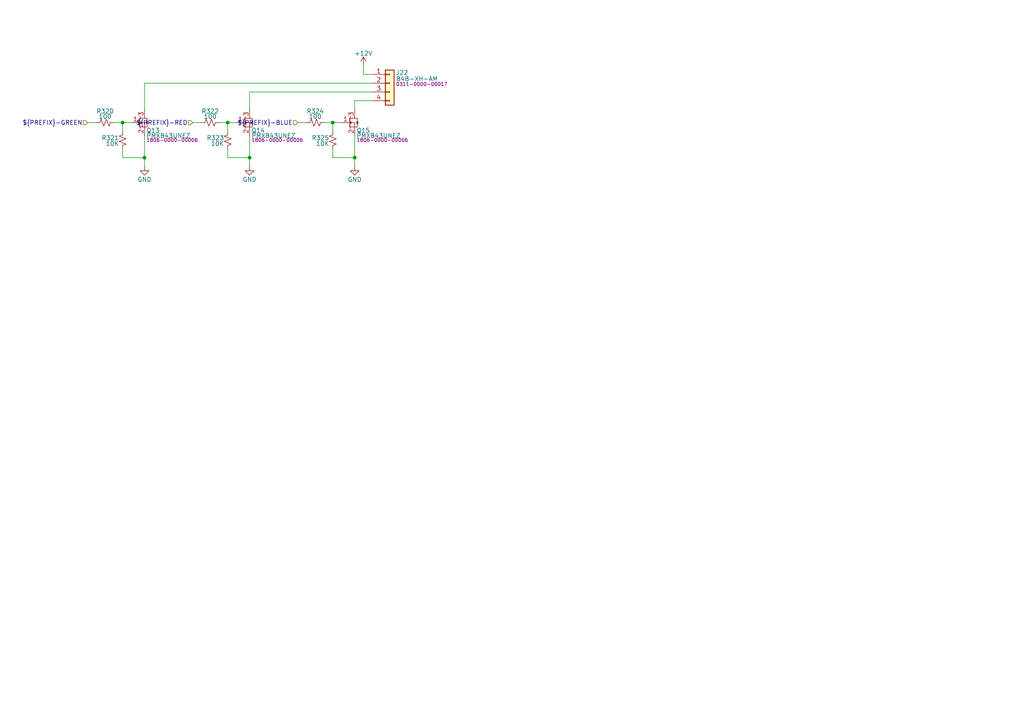
<source format=kicad_sch>
(kicad_sch
	(version 20250114)
	(generator "eeschema")
	(generator_version "9.0")
	(uuid "d7d31d92-9e18-41c2-a02e-017c1159420a")
	(paper "A4")
	(lib_symbols
		(symbol "DX_Connector_JST:B4B-XH-A"
			(pin_names
				(offset 1.016)
				(hide yes)
			)
			(exclude_from_sim no)
			(in_bom yes)
			(on_board yes)
			(property "Reference" "J"
				(at 1.778 3.048 0)
				(effects
					(font
						(size 1.27 1.27)
					)
					(justify left)
				)
			)
			(property "Value" "B4B-XH-AM"
				(at 1.778 1.27 0)
				(effects
					(font
						(size 1.27 1.27)
					)
					(justify left)
				)
			)
			(property "Footprint" "Connector_JST:JST_XH_B4B-XH-A_1x04_P2.50mm_Vertical"
				(at 0 10.414 0)
				(effects
					(font
						(size 1.27 1.27)
					)
					(hide yes)
				)
			)
			(property "Datasheet" "${DATASHEETS}/eXH.pdf"
				(at -0.254 12.954 0)
				(effects
					(font
						(size 1.27 1.27)
					)
					(hide yes)
				)
			)
			(property "Description" "CONN HEADER VERT 4POS 2.5MM"
				(at -0.762 8.636 0)
				(effects
					(font
						(size 1.27 1.27)
					)
					(hide yes)
				)
			)
			(property "PartNumber" "0311-0000-00017"
				(at 1.778 -0.254 0)
				(effects
					(font
						(size 1 1)
					)
					(justify left)
				)
			)
			(property "ki_keywords" "connector jst xh 4pin"
				(at 0 0 0)
				(effects
					(font
						(size 1.27 1.27)
					)
					(hide yes)
				)
			)
			(property "ki_fp_filters" "Connector*:*_1x??_*"
				(at 0 0 0)
				(effects
					(font
						(size 1.27 1.27)
					)
					(hide yes)
				)
			)
			(symbol "B4B-XH-A_1_1"
				(rectangle
					(start -1.27 3.81)
					(end 1.27 -6.35)
					(stroke
						(width 0.254)
						(type default)
					)
					(fill
						(type background)
					)
				)
				(rectangle
					(start -1.27 2.667)
					(end 0 2.413)
					(stroke
						(width 0.1524)
						(type default)
					)
					(fill
						(type none)
					)
				)
				(rectangle
					(start -1.27 0.127)
					(end 0 -0.127)
					(stroke
						(width 0.1524)
						(type default)
					)
					(fill
						(type none)
					)
				)
				(rectangle
					(start -1.27 -2.413)
					(end 0 -2.667)
					(stroke
						(width 0.1524)
						(type default)
					)
					(fill
						(type none)
					)
				)
				(rectangle
					(start -1.27 -4.953)
					(end 0 -5.207)
					(stroke
						(width 0.1524)
						(type default)
					)
					(fill
						(type none)
					)
				)
				(pin passive line
					(at -5.08 2.54 0)
					(length 3.81)
					(name "Pin_1"
						(effects
							(font
								(size 1.27 1.27)
							)
						)
					)
					(number "1"
						(effects
							(font
								(size 1.27 1.27)
							)
						)
					)
				)
				(pin passive line
					(at -5.08 0 0)
					(length 3.81)
					(name "Pin_2"
						(effects
							(font
								(size 1.27 1.27)
							)
						)
					)
					(number "2"
						(effects
							(font
								(size 1.27 1.27)
							)
						)
					)
				)
				(pin passive line
					(at -5.08 -2.54 0)
					(length 3.81)
					(name "Pin_3"
						(effects
							(font
								(size 1.27 1.27)
							)
						)
					)
					(number "3"
						(effects
							(font
								(size 1.27 1.27)
							)
						)
					)
				)
				(pin passive line
					(at -5.08 -5.08 0)
					(length 3.81)
					(name "Pin_4"
						(effects
							(font
								(size 1.27 1.27)
							)
						)
					)
					(number "4"
						(effects
							(font
								(size 1.27 1.27)
							)
						)
					)
				)
			)
			(embedded_fonts no)
		)
		(symbol "DX_Resistor:RC0402JR-07100RL"
			(pin_numbers
				(hide yes)
			)
			(pin_names
				(offset 0.254)
				(hide yes)
			)
			(exclude_from_sim no)
			(in_bom yes)
			(on_board yes)
			(property "Reference" "R"
				(at 1.016 0.635 0)
				(effects
					(font
						(size 1.27 1.27)
					)
					(justify left)
				)
			)
			(property "Value" "100"
				(at 1.016 -1.016 0)
				(effects
					(font
						(size 1.27 1.27)
					)
					(justify left)
				)
			)
			(property "Footprint" "Daxxn_Standard_Resistors:RES_0402"
				(at 0 5.334 0)
				(effects
					(font
						(size 1.27 1.27)
					)
					(hide yes)
				)
			)
			(property "Datasheet" "${DATASHEETS}/RC-Series.pdf"
				(at 0 6.35 0)
				(effects
					(font
						(size 1.27 1.27)
					)
					(hide yes)
				)
			)
			(property "Description" "RES 100 OHM 5% 1/16W 0402"
				(at 0 3.81 0)
				(effects
					(font
						(size 1.27 1.27)
					)
					(hide yes)
				)
			)
			(property "PartNumber" "0204-0000-00011"
				(at 0 7.874 0)
				(effects
					(font
						(size 1.27 1.27)
					)
					(hide yes)
				)
			)
			(property "ki_keywords" "r resistor daxxn"
				(at 0 0 0)
				(effects
					(font
						(size 1.27 1.27)
					)
					(hide yes)
				)
			)
			(property "ki_fp_filters" "R_*"
				(at 0 0 0)
				(effects
					(font
						(size 1.27 1.27)
					)
					(hide yes)
				)
			)
			(symbol "RC0402JR-07100RL_1_1"
				(polyline
					(pts
						(xy 0 1.524) (xy 1.016 1.143) (xy 0 0.762) (xy -1.016 0.381) (xy 0 0)
					)
					(stroke
						(width 0)
						(type default)
					)
					(fill
						(type none)
					)
				)
				(polyline
					(pts
						(xy 0 0) (xy 1.016 -0.381) (xy 0 -0.762) (xy -1.016 -1.143) (xy 0 -1.524)
					)
					(stroke
						(width 0)
						(type default)
					)
					(fill
						(type none)
					)
				)
				(pin passive line
					(at 0 2.54 270)
					(length 1.016)
					(name "~"
						(effects
							(font
								(size 1.27 1.27)
							)
						)
					)
					(number "1"
						(effects
							(font
								(size 1.27 1.27)
							)
						)
					)
				)
				(pin passive line
					(at 0 -2.54 90)
					(length 1.016)
					(name "~"
						(effects
							(font
								(size 1.27 1.27)
							)
						)
					)
					(number "2"
						(effects
							(font
								(size 1.27 1.27)
							)
						)
					)
				)
			)
			(embedded_fonts no)
		)
		(symbol "DX_Resistor:RC0402JR-0710KL"
			(pin_numbers
				(hide yes)
			)
			(pin_names
				(offset 0.254)
				(hide yes)
			)
			(exclude_from_sim no)
			(in_bom yes)
			(on_board yes)
			(property "Reference" "R"
				(at 1.016 0.635 0)
				(effects
					(font
						(size 1.27 1.27)
					)
					(justify left)
				)
			)
			(property "Value" "10K"
				(at 1.016 -1.016 0)
				(effects
					(font
						(size 1.27 1.27)
					)
					(justify left)
				)
			)
			(property "Footprint" "Daxxn_Standard_Resistors:RES_0402"
				(at 0 5.334 0)
				(effects
					(font
						(size 1.27 1.27)
					)
					(hide yes)
				)
			)
			(property "Datasheet" "${DATASHEETS}/RC-Series.pdf"
				(at 0 6.35 0)
				(effects
					(font
						(size 1.27 1.27)
					)
					(hide yes)
				)
			)
			(property "Description" "RES 10K OHM 5% 1/16W 0402"
				(at 0 3.81 0)
				(effects
					(font
						(size 1.27 1.27)
					)
					(hide yes)
				)
			)
			(property "PartNumber" "0204-0000-00016"
				(at 0 8.128 0)
				(effects
					(font
						(size 1.27 1.27)
					)
					(hide yes)
				)
			)
			(property "ki_keywords" "r resistor daxxn"
				(at 0 0 0)
				(effects
					(font
						(size 1.27 1.27)
					)
					(hide yes)
				)
			)
			(property "ki_fp_filters" "R_*"
				(at 0 0 0)
				(effects
					(font
						(size 1.27 1.27)
					)
					(hide yes)
				)
			)
			(symbol "RC0402JR-0710KL_1_1"
				(polyline
					(pts
						(xy 0 1.524) (xy 1.016 1.143) (xy 0 0.762) (xy -1.016 0.381) (xy 0 0)
					)
					(stroke
						(width 0)
						(type default)
					)
					(fill
						(type none)
					)
				)
				(polyline
					(pts
						(xy 0 0) (xy 1.016 -0.381) (xy 0 -0.762) (xy -1.016 -1.143) (xy 0 -1.524)
					)
					(stroke
						(width 0)
						(type default)
					)
					(fill
						(type none)
					)
				)
				(pin passive line
					(at 0 2.54 270)
					(length 1.016)
					(name "~"
						(effects
							(font
								(size 1.27 1.27)
							)
						)
					)
					(number "1"
						(effects
							(font
								(size 1.27 1.27)
							)
						)
					)
				)
				(pin passive line
					(at 0 -2.54 90)
					(length 1.016)
					(name "~"
						(effects
							(font
								(size 1.27 1.27)
							)
						)
					)
					(number "2"
						(effects
							(font
								(size 1.27 1.27)
							)
						)
					)
				)
			)
			(embedded_fonts no)
		)
		(symbol "DX_Transistor_MOSFET:PMXB43UNEZ"
			(exclude_from_sim no)
			(in_bom yes)
			(on_board yes)
			(property "Reference" "Q"
				(at 2.794 1.778 0)
				(effects
					(font
						(size 1.27 1.27)
					)
					(justify left)
				)
			)
			(property "Value" "PMXB43UNEZ"
				(at 2.794 0 0)
				(effects
					(font
						(size 1.27 1.27)
					)
					(justify left)
				)
			)
			(property "Footprint" "Daxxn_Packages:DFN1010D-3"
				(at 1.27 8.382 0)
				(effects
					(font
						(size 1.27 1.27)
					)
					(hide yes)
				)
			)
			(property "Datasheet" "%LOCAL_DATASHEETS%/PMXB43UNE.pdf"
				(at 1.27 5.842 0)
				(effects
					(font
						(size 1.27 1.27)
					)
					(hide yes)
				)
			)
			(property "Description" "N-Channel 20 V 3.2A (Ta) 400mW (Ta), 8.33W (Tc) Surface Mount DFN1010D-3"
				(at 0 7.112 0)
				(effects
					(font
						(size 1.27 1.27)
					)
					(hide yes)
				)
			)
			(property "PartNumber" "1806-0000-00006"
				(at 2.794 -1.524 0)
				(effects
					(font
						(size 1 1)
					)
					(justify left)
				)
			)
			(property "ki_keywords" "n-ch mosfet fet"
				(at 0 0 0)
				(effects
					(font
						(size 1.27 1.27)
					)
					(hide yes)
				)
			)
			(symbol "PMXB43UNEZ_0_0"
				(pin input line
					(at -2.54 0 0)
					(length 2.25)
					(name "G"
						(effects
							(font
								(size 0 0)
							)
						)
					)
					(number "1"
						(effects
							(font
								(size 1.27 1.27)
							)
						)
					)
				)
				(pin bidirectional line
					(at 1.27 3.81 270)
					(length 2.54)
					(name "D"
						(effects
							(font
								(size 0 0)
							)
						)
					)
					(number "3"
						(effects
							(font
								(size 1.27 1.27)
							)
						)
					)
				)
				(pin bidirectional line
					(at 1.27 -3.81 90)
					(length 2.54)
					(name "S"
						(effects
							(font
								(size 0 0)
							)
						)
					)
					(number "2"
						(effects
							(font
								(size 1.27 1.27)
							)
						)
					)
				)
			)
			(symbol "PMXB43UNEZ_0_1"
				(polyline
					(pts
						(xy -0.254 -1.27) (xy -0.254 1.27)
					)
					(stroke
						(width 0)
						(type default)
					)
					(fill
						(type none)
					)
				)
				(polyline
					(pts
						(xy 0 1.778) (xy 0 0.762)
					)
					(stroke
						(width 0)
						(type default)
					)
					(fill
						(type none)
					)
				)
				(polyline
					(pts
						(xy 0 1.27) (xy 1.27 1.27) (xy 1.27 1.27)
					)
					(stroke
						(width 0)
						(type default)
					)
					(fill
						(type none)
					)
				)
				(polyline
					(pts
						(xy 0 0) (xy 0.254 0.254) (xy 0.254 -0.254) (xy 0 0)
					)
					(stroke
						(width 0)
						(type default)
					)
					(fill
						(type none)
					)
				)
				(polyline
					(pts
						(xy 0 -0.508) (xy 0 0.508)
					)
					(stroke
						(width 0)
						(type default)
					)
					(fill
						(type none)
					)
				)
				(polyline
					(pts
						(xy 0 -1.27) (xy 1.27 -1.27) (xy 1.27 -1.27)
					)
					(stroke
						(width 0)
						(type default)
					)
					(fill
						(type none)
					)
				)
				(polyline
					(pts
						(xy 0 -1.778) (xy 0 -0.762)
					)
					(stroke
						(width 0)
						(type default)
					)
					(fill
						(type none)
					)
				)
				(polyline
					(pts
						(xy 1.27 -1.27) (xy 1.27 0) (xy 0 0)
					)
					(stroke
						(width 0)
						(type default)
					)
					(fill
						(type none)
					)
				)
				(polyline
					(pts
						(xy 1.27 -1.27) (xy 2.032 -1.27) (xy 2.032 1.27) (xy 1.27 1.27)
					)
					(stroke
						(width 0)
						(type default)
					)
					(fill
						(type none)
					)
				)
				(polyline
					(pts
						(xy 1.778 0.254) (xy 2.286 0.254)
					)
					(stroke
						(width 0)
						(type default)
					)
					(fill
						(type none)
					)
				)
				(polyline
					(pts
						(xy 2.032 0.254) (xy 1.778 -0.254) (xy 2.286 -0.254) (xy 2.032 0.254)
					)
					(stroke
						(width 0)
						(type default)
					)
					(fill
						(type outline)
					)
				)
			)
			(embedded_fonts no)
		)
		(symbol "power:+12V"
			(power)
			(pin_numbers
				(hide yes)
			)
			(pin_names
				(offset 0)
				(hide yes)
			)
			(exclude_from_sim no)
			(in_bom yes)
			(on_board yes)
			(property "Reference" "#PWR"
				(at 0 -3.81 0)
				(effects
					(font
						(size 1.27 1.27)
					)
					(hide yes)
				)
			)
			(property "Value" "+12V"
				(at 0 3.556 0)
				(effects
					(font
						(size 1.27 1.27)
					)
				)
			)
			(property "Footprint" ""
				(at 0 0 0)
				(effects
					(font
						(size 1.27 1.27)
					)
					(hide yes)
				)
			)
			(property "Datasheet" ""
				(at 0 0 0)
				(effects
					(font
						(size 1.27 1.27)
					)
					(hide yes)
				)
			)
			(property "Description" "Power symbol creates a global label with name \"+12V\""
				(at 0 0 0)
				(effects
					(font
						(size 1.27 1.27)
					)
					(hide yes)
				)
			)
			(property "ki_keywords" "global power"
				(at 0 0 0)
				(effects
					(font
						(size 1.27 1.27)
					)
					(hide yes)
				)
			)
			(symbol "+12V_0_1"
				(polyline
					(pts
						(xy -0.762 1.27) (xy 0 2.54)
					)
					(stroke
						(width 0)
						(type default)
					)
					(fill
						(type none)
					)
				)
				(polyline
					(pts
						(xy 0 2.54) (xy 0.762 1.27)
					)
					(stroke
						(width 0)
						(type default)
					)
					(fill
						(type none)
					)
				)
				(polyline
					(pts
						(xy 0 0) (xy 0 2.54)
					)
					(stroke
						(width 0)
						(type default)
					)
					(fill
						(type none)
					)
				)
			)
			(symbol "+12V_1_1"
				(pin power_in line
					(at 0 0 90)
					(length 0)
					(name "~"
						(effects
							(font
								(size 1.27 1.27)
							)
						)
					)
					(number "1"
						(effects
							(font
								(size 1.27 1.27)
							)
						)
					)
				)
			)
			(embedded_fonts no)
		)
		(symbol "power:GND"
			(power)
			(pin_numbers
				(hide yes)
			)
			(pin_names
				(offset 0)
				(hide yes)
			)
			(exclude_from_sim no)
			(in_bom yes)
			(on_board yes)
			(property "Reference" "#PWR"
				(at 0 -6.35 0)
				(effects
					(font
						(size 1.27 1.27)
					)
					(hide yes)
				)
			)
			(property "Value" "GND"
				(at 0 -3.81 0)
				(effects
					(font
						(size 1.27 1.27)
					)
				)
			)
			(property "Footprint" ""
				(at 0 0 0)
				(effects
					(font
						(size 1.27 1.27)
					)
					(hide yes)
				)
			)
			(property "Datasheet" ""
				(at 0 0 0)
				(effects
					(font
						(size 1.27 1.27)
					)
					(hide yes)
				)
			)
			(property "Description" "Power symbol creates a global label with name \"GND\" , ground"
				(at 0 0 0)
				(effects
					(font
						(size 1.27 1.27)
					)
					(hide yes)
				)
			)
			(property "ki_keywords" "global power"
				(at 0 0 0)
				(effects
					(font
						(size 1.27 1.27)
					)
					(hide yes)
				)
			)
			(symbol "GND_0_1"
				(polyline
					(pts
						(xy 0 0) (xy 0 -1.27) (xy 1.27 -1.27) (xy 0 -2.54) (xy -1.27 -1.27) (xy 0 -1.27)
					)
					(stroke
						(width 0)
						(type default)
					)
					(fill
						(type none)
					)
				)
			)
			(symbol "GND_1_1"
				(pin power_in line
					(at 0 0 270)
					(length 0)
					(name "~"
						(effects
							(font
								(size 1.27 1.27)
							)
						)
					)
					(number "1"
						(effects
							(font
								(size 1.27 1.27)
							)
						)
					)
				)
			)
			(embedded_fonts no)
		)
	)
	(junction
		(at 66.04 35.56)
		(diameter 0)
		(color 0 0 0 0)
		(uuid "1ff6e0a1-d3f2-436f-b2e7-94105c5ef4ec")
	)
	(junction
		(at 96.52 35.56)
		(diameter 0)
		(color 0 0 0 0)
		(uuid "3be41e56-2514-4349-82c1-bcbb6362afb3")
	)
	(junction
		(at 72.39 45.72)
		(diameter 0)
		(color 0 0 0 0)
		(uuid "96697fed-7b84-4580-a03d-40abc28a444e")
	)
	(junction
		(at 41.91 45.72)
		(diameter 0)
		(color 0 0 0 0)
		(uuid "99cf59f1-3df9-4f2c-ba47-4b1f6522dae0")
	)
	(junction
		(at 102.87 45.72)
		(diameter 0)
		(color 0 0 0 0)
		(uuid "bb0f42bb-40d8-4e2e-9fe4-0025f5b582a0")
	)
	(junction
		(at 35.56 35.56)
		(diameter 0)
		(color 0 0 0 0)
		(uuid "ca21646f-aa2a-4f51-a044-9c8bf1e73c05")
	)
	(wire
		(pts
			(xy 35.56 45.72) (xy 41.91 45.72)
		)
		(stroke
			(width 0)
			(type default)
		)
		(uuid "0b96c226-14da-4802-8658-eb5de46a199a")
	)
	(wire
		(pts
			(xy 66.04 43.18) (xy 66.04 45.72)
		)
		(stroke
			(width 0)
			(type default)
		)
		(uuid "166c0f08-ab4c-4b84-b3ec-0526810b24eb")
	)
	(wire
		(pts
			(xy 41.91 45.72) (xy 41.91 48.26)
		)
		(stroke
			(width 0)
			(type default)
		)
		(uuid "19067229-ab09-4ba4-b22b-281b1419e306")
	)
	(wire
		(pts
			(xy 35.56 35.56) (xy 38.1 35.56)
		)
		(stroke
			(width 0)
			(type default)
		)
		(uuid "20ee4fa9-b0aa-46c1-8a5c-71c8e5bf6302")
	)
	(wire
		(pts
			(xy 105.41 19.05) (xy 105.41 21.59)
		)
		(stroke
			(width 0)
			(type default)
		)
		(uuid "21aede7d-cf22-4688-9d90-e530aa63785c")
	)
	(wire
		(pts
			(xy 93.98 35.56) (xy 96.52 35.56)
		)
		(stroke
			(width 0)
			(type default)
		)
		(uuid "23f46d8e-9abc-4dd6-bac7-0f848060fe23")
	)
	(wire
		(pts
			(xy 72.39 31.75) (xy 72.39 26.67)
		)
		(stroke
			(width 0)
			(type default)
		)
		(uuid "44fe8ac3-69b0-415a-a35c-87608ba4aa55")
	)
	(wire
		(pts
			(xy 107.95 24.13) (xy 41.91 24.13)
		)
		(stroke
			(width 0)
			(type default)
		)
		(uuid "460198a4-2dd2-41e8-90ed-8462051bc11a")
	)
	(wire
		(pts
			(xy 96.52 35.56) (xy 99.06 35.56)
		)
		(stroke
			(width 0)
			(type default)
		)
		(uuid "520d5477-fe97-4976-b001-9ccbf303d7ef")
	)
	(wire
		(pts
			(xy 66.04 35.56) (xy 66.04 38.1)
		)
		(stroke
			(width 0)
			(type default)
		)
		(uuid "60032388-51e7-471d-bedc-5b5764f44c0c")
	)
	(wire
		(pts
			(xy 102.87 45.72) (xy 102.87 39.37)
		)
		(stroke
			(width 0)
			(type default)
		)
		(uuid "704b6c77-a924-4ba6-a539-424b0045498c")
	)
	(wire
		(pts
			(xy 35.56 43.18) (xy 35.56 45.72)
		)
		(stroke
			(width 0)
			(type default)
		)
		(uuid "73e986b6-c068-4f5f-95ab-901d7e090f89")
	)
	(wire
		(pts
			(xy 25.4 35.56) (xy 27.94 35.56)
		)
		(stroke
			(width 0)
			(type default)
		)
		(uuid "854aba0d-3b6d-4a7c-8967-9e1b76d8531d")
	)
	(wire
		(pts
			(xy 96.52 45.72) (xy 102.87 45.72)
		)
		(stroke
			(width 0)
			(type default)
		)
		(uuid "8d24f0cb-cee3-4d7f-ba45-cd87b3b32385")
	)
	(wire
		(pts
			(xy 72.39 45.72) (xy 72.39 39.37)
		)
		(stroke
			(width 0)
			(type default)
		)
		(uuid "9c969b0d-3339-429e-a76f-2ec659970ff7")
	)
	(wire
		(pts
			(xy 102.87 45.72) (xy 102.87 48.26)
		)
		(stroke
			(width 0)
			(type default)
		)
		(uuid "a9fab39c-c7b2-43fb-8d59-1c02930fd8ce")
	)
	(wire
		(pts
			(xy 41.91 45.72) (xy 41.91 39.37)
		)
		(stroke
			(width 0)
			(type default)
		)
		(uuid "adec2ee5-a54a-4e38-80ad-ace9bd206de7")
	)
	(wire
		(pts
			(xy 102.87 31.75) (xy 102.87 29.21)
		)
		(stroke
			(width 0)
			(type default)
		)
		(uuid "af468fad-6ce5-4581-bb37-c9dbaacbbe28")
	)
	(wire
		(pts
			(xy 35.56 35.56) (xy 35.56 38.1)
		)
		(stroke
			(width 0)
			(type default)
		)
		(uuid "af5ed1ee-4d7a-4a7a-a352-8e424a7ab85e")
	)
	(wire
		(pts
			(xy 96.52 43.18) (xy 96.52 45.72)
		)
		(stroke
			(width 0)
			(type default)
		)
		(uuid "b47f7e8c-c3d9-4a19-81f7-d34f24cc39b5")
	)
	(wire
		(pts
			(xy 41.91 24.13) (xy 41.91 31.75)
		)
		(stroke
			(width 0)
			(type default)
		)
		(uuid "b7b28bf3-b91c-4898-b1fa-94fe36c27ad3")
	)
	(wire
		(pts
			(xy 107.95 21.59) (xy 105.41 21.59)
		)
		(stroke
			(width 0)
			(type default)
		)
		(uuid "b7f73f9b-8ae7-40c9-a093-319300f68631")
	)
	(wire
		(pts
			(xy 102.87 29.21) (xy 107.95 29.21)
		)
		(stroke
			(width 0)
			(type default)
		)
		(uuid "baef1b5e-9ea5-436d-9f6b-6f4542d8c694")
	)
	(wire
		(pts
			(xy 55.88 35.56) (xy 58.42 35.56)
		)
		(stroke
			(width 0)
			(type default)
		)
		(uuid "bb9f5aa1-2f4e-4cc7-9e22-a158b8f2c78b")
	)
	(wire
		(pts
			(xy 96.52 35.56) (xy 96.52 38.1)
		)
		(stroke
			(width 0)
			(type default)
		)
		(uuid "d0db85aa-becf-409a-ae7f-f4416f2d1212")
	)
	(wire
		(pts
			(xy 63.5 35.56) (xy 66.04 35.56)
		)
		(stroke
			(width 0)
			(type default)
		)
		(uuid "ec8ca55f-a6aa-4e72-8b75-38b7167dd5ee")
	)
	(wire
		(pts
			(xy 72.39 45.72) (xy 72.39 48.26)
		)
		(stroke
			(width 0)
			(type default)
		)
		(uuid "efcebbb2-4ed5-442e-a812-8f4255d67124")
	)
	(wire
		(pts
			(xy 66.04 45.72) (xy 72.39 45.72)
		)
		(stroke
			(width 0)
			(type default)
		)
		(uuid "f6170f58-8f6b-42b3-b1d0-00925328ca3c")
	)
	(wire
		(pts
			(xy 33.02 35.56) (xy 35.56 35.56)
		)
		(stroke
			(width 0)
			(type default)
		)
		(uuid "f66b8a9c-ac9e-4660-8509-4ffcfd61379b")
	)
	(wire
		(pts
			(xy 72.39 26.67) (xy 107.95 26.67)
		)
		(stroke
			(width 0)
			(type default)
		)
		(uuid "fc75c11e-2ab0-4ea2-858c-b4c016387c0f")
	)
	(wire
		(pts
			(xy 86.36 35.56) (xy 88.9 35.56)
		)
		(stroke
			(width 0)
			(type default)
		)
		(uuid "fd19eff0-6b26-414e-816f-f72e445be4b3")
	)
	(wire
		(pts
			(xy 66.04 35.56) (xy 68.58 35.56)
		)
		(stroke
			(width 0)
			(type default)
		)
		(uuid "fed16901-576b-4d9f-863e-db10094c6bee")
	)
	(hierarchical_label "${PREFIX}-GREEN"
		(shape input)
		(at 25.4 35.56 180)
		(effects
			(font
				(size 1.27 1.27)
			)
			(justify right)
		)
		(uuid "50562028-d75c-4cbf-bb41-f9b66fc8b3ed")
	)
	(hierarchical_label "${PREFIX}-BLUE"
		(shape input)
		(at 86.36 35.56 180)
		(effects
			(font
				(size 1.27 1.27)
			)
			(justify right)
		)
		(uuid "5f8872b0-0a50-4ee2-9d48-fba5d69d30e3")
	)
	(hierarchical_label "${PREFIX}-RED"
		(shape input)
		(at 55.88 35.56 180)
		(effects
			(font
				(size 1.27 1.27)
			)
			(justify right)
		)
		(uuid "d2365eac-4adb-49ec-a3b1-27fb7516f4b2")
	)
	(symbol
		(lib_id "power:GND")
		(at 41.91 48.26 0)
		(unit 1)
		(exclude_from_sim no)
		(in_bom yes)
		(on_board yes)
		(dnp no)
		(uuid "1191265f-904a-4e0e-bc79-649633e79358")
		(property "Reference" "#PWR0489"
			(at 41.91 54.61 0)
			(effects
				(font
					(size 1.27 1.27)
				)
				(hide yes)
			)
		)
		(property "Value" "GND"
			(at 41.91 52.07 0)
			(effects
				(font
					(size 1.27 1.27)
				)
			)
		)
		(property "Footprint" ""
			(at 41.91 48.26 0)
			(effects
				(font
					(size 1.27 1.27)
				)
				(hide yes)
			)
		)
		(property "Datasheet" ""
			(at 41.91 48.26 0)
			(effects
				(font
					(size 1.27 1.27)
				)
				(hide yes)
			)
		)
		(property "Description" "Power symbol creates a global label with name \"GND\" , ground"
			(at 41.91 48.26 0)
			(effects
				(font
					(size 1.27 1.27)
				)
				(hide yes)
			)
		)
		(pin "1"
			(uuid "362ebd45-4873-42f7-9897-5804adbe930e")
		)
		(instances
			(project "BenchyMotherBoard-AM625"
				(path "/7184a1e6-58da-49c8-8a6c-ea31385ec956/8494b7c1-cb3d-49c1-ba37-1630d97ce06f"
					(reference "#PWR0489")
					(unit 1)
				)
				(path "/7184a1e6-58da-49c8-8a6c-ea31385ec956/8494b7c1-cb3d-49c1-ba37-1630d97ce06f/12f19e82-4005-47ba-bc5a-afce67e04202"
					(reference "#PWR0489")
					(unit 1)
				)
			)
		)
	)
	(symbol
		(lib_id "DX_Resistor:RC0402JR-07100RL")
		(at 30.48 35.56 90)
		(unit 1)
		(exclude_from_sim no)
		(in_bom yes)
		(on_board yes)
		(dnp no)
		(uuid "2cae50da-825f-4a70-a8ef-a35b1f69eb0f")
		(property "Reference" "R320"
			(at 30.48 32.258 90)
			(effects
				(font
					(size 1.27 1.27)
				)
			)
		)
		(property "Value" "100"
			(at 30.48 33.782 90)
			(effects
				(font
					(size 1.27 1.27)
				)
			)
		)
		(property "Footprint" "Daxxn_Standard_Resistors:RES_0402"
			(at 25.146 35.56 0)
			(effects
				(font
					(size 1.27 1.27)
				)
				(hide yes)
			)
		)
		(property "Datasheet" "${DATASHEETS}/RC-Series.pdf"
			(at 24.13 35.56 0)
			(effects
				(font
					(size 1.27 1.27)
				)
				(hide yes)
			)
		)
		(property "Description" "RES 100 OHM 5% 1/16W 0402"
			(at 26.67 35.56 0)
			(effects
				(font
					(size 1.27 1.27)
				)
				(hide yes)
			)
		)
		(property "PartNumber" "0204-0000-00011"
			(at 22.606 35.56 0)
			(effects
				(font
					(size 1.27 1.27)
				)
				(hide yes)
			)
		)
		(pin "2"
			(uuid "f3b6ac5e-3e33-4aa0-82cd-b3aa146f31d9")
		)
		(pin "1"
			(uuid "99a45b98-8ed5-40ec-8805-1aae5de95764")
		)
		(instances
			(project "BenchyMotherBoard-AM625"
				(path "/7184a1e6-58da-49c8-8a6c-ea31385ec956/8494b7c1-cb3d-49c1-ba37-1630d97ce06f"
					(reference "R320")
					(unit 1)
				)
				(path "/7184a1e6-58da-49c8-8a6c-ea31385ec956/8494b7c1-cb3d-49c1-ba37-1630d97ce06f/12f19e82-4005-47ba-bc5a-afce67e04202"
					(reference "R320")
					(unit 1)
				)
			)
		)
	)
	(symbol
		(lib_id "DX_Transistor_MOSFET:PMXB43UNEZ")
		(at 71.12 35.56 0)
		(unit 1)
		(exclude_from_sim no)
		(in_bom yes)
		(on_board yes)
		(dnp no)
		(uuid "4a0adf49-075d-49d8-84c2-7e05b2ca3d73")
		(property "Reference" "Q14"
			(at 72.898 37.846 0)
			(effects
				(font
					(size 1.27 1.27)
				)
				(justify left)
			)
		)
		(property "Value" "PMXB43UNEZ"
			(at 72.898 39.37 0)
			(effects
				(font
					(size 1.27 1.27)
				)
				(justify left)
			)
		)
		(property "Footprint" "Daxxn_Packages:DFN1010D-3"
			(at 72.39 27.178 0)
			(effects
				(font
					(size 1.27 1.27)
				)
				(hide yes)
			)
		)
		(property "Datasheet" "%LOCAL_DATASHEETS%/PMXB43UNE.pdf"
			(at 72.39 29.718 0)
			(effects
				(font
					(size 1.27 1.27)
				)
				(hide yes)
			)
		)
		(property "Description" "N-Channel 20 V 3.2A (Ta) 400mW (Ta), 8.33W (Tc) Surface Mount DFN1010D-3"
			(at 71.12 28.448 0)
			(effects
				(font
					(size 1.27 1.27)
				)
				(hide yes)
			)
		)
		(property "PartNumber" "1806-0000-00006"
			(at 72.898 40.64 0)
			(effects
				(font
					(size 1 1)
				)
				(justify left)
			)
		)
		(pin "3"
			(uuid "409f8bfb-7048-456a-b6ef-a92d02e76516")
		)
		(pin "1"
			(uuid "10ad7926-a580-49e8-8fbb-8d79dddb776f")
		)
		(pin "2"
			(uuid "050d6a09-f3f0-41cb-ae38-3c876cb93d4a")
		)
		(instances
			(project "BenchyMotherBoard-AM625"
				(path "/7184a1e6-58da-49c8-8a6c-ea31385ec956/8494b7c1-cb3d-49c1-ba37-1630d97ce06f"
					(reference "Q14")
					(unit 1)
				)
				(path "/7184a1e6-58da-49c8-8a6c-ea31385ec956/8494b7c1-cb3d-49c1-ba37-1630d97ce06f/12f19e82-4005-47ba-bc5a-afce67e04202"
					(reference "Q14")
					(unit 1)
				)
			)
		)
	)
	(symbol
		(lib_id "DX_Transistor_MOSFET:PMXB43UNEZ")
		(at 101.6 35.56 0)
		(unit 1)
		(exclude_from_sim no)
		(in_bom yes)
		(on_board yes)
		(dnp no)
		(uuid "63535092-9ad6-4477-bc59-93158329924c")
		(property "Reference" "Q15"
			(at 103.378 37.846 0)
			(effects
				(font
					(size 1.27 1.27)
				)
				(justify left)
			)
		)
		(property "Value" "PMXB43UNEZ"
			(at 103.378 39.37 0)
			(effects
				(font
					(size 1.27 1.27)
				)
				(justify left)
			)
		)
		(property "Footprint" "Daxxn_Packages:DFN1010D-3"
			(at 102.87 27.178 0)
			(effects
				(font
					(size 1.27 1.27)
				)
				(hide yes)
			)
		)
		(property "Datasheet" "%LOCAL_DATASHEETS%/PMXB43UNE.pdf"
			(at 102.87 29.718 0)
			(effects
				(font
					(size 1.27 1.27)
				)
				(hide yes)
			)
		)
		(property "Description" "N-Channel 20 V 3.2A (Ta) 400mW (Ta), 8.33W (Tc) Surface Mount DFN1010D-3"
			(at 101.6 28.448 0)
			(effects
				(font
					(size 1.27 1.27)
				)
				(hide yes)
			)
		)
		(property "PartNumber" "1806-0000-00006"
			(at 103.378 40.64 0)
			(effects
				(font
					(size 1 1)
				)
				(justify left)
			)
		)
		(pin "3"
			(uuid "ee181c5e-20c4-4f5d-833c-9343c897d976")
		)
		(pin "1"
			(uuid "02bfb68a-83cb-4df6-8d3d-d992cfd402f0")
		)
		(pin "2"
			(uuid "1f9a0bde-2679-469c-baab-da3dc3077a43")
		)
		(instances
			(project "BenchyMotherBoard-AM625"
				(path "/7184a1e6-58da-49c8-8a6c-ea31385ec956/8494b7c1-cb3d-49c1-ba37-1630d97ce06f"
					(reference "Q15")
					(unit 1)
				)
				(path "/7184a1e6-58da-49c8-8a6c-ea31385ec956/8494b7c1-cb3d-49c1-ba37-1630d97ce06f/12f19e82-4005-47ba-bc5a-afce67e04202"
					(reference "Q15")
					(unit 1)
				)
			)
		)
	)
	(symbol
		(lib_id "DX_Connector_JST:B4B-XH-A")
		(at 113.03 24.13 0)
		(unit 1)
		(exclude_from_sim no)
		(in_bom yes)
		(on_board yes)
		(dnp no)
		(uuid "7e91606e-c655-4973-97b4-40057b79d75b")
		(property "Reference" "J22"
			(at 114.808 21.082 0)
			(effects
				(font
					(size 1.27 1.27)
				)
				(justify left)
			)
		)
		(property "Value" "B4B-XH-AM"
			(at 114.808 22.86 0)
			(effects
				(font
					(size 1.27 1.27)
				)
				(justify left)
			)
		)
		(property "Footprint" "Connector_JST:JST_XH_B4B-XH-A_1x04_P2.50mm_Vertical"
			(at 113.03 13.716 0)
			(effects
				(font
					(size 1.27 1.27)
				)
				(hide yes)
			)
		)
		(property "Datasheet" "${DATASHEETS}/eXH.pdf"
			(at 112.776 11.176 0)
			(effects
				(font
					(size 1.27 1.27)
				)
				(hide yes)
			)
		)
		(property "Description" "CONN HEADER VERT 4POS 2.5MM"
			(at 112.268 15.494 0)
			(effects
				(font
					(size 1.27 1.27)
				)
				(hide yes)
			)
		)
		(property "PartNumber" "0311-0000-00017"
			(at 114.808 24.384 0)
			(effects
				(font
					(size 1 1)
				)
				(justify left)
			)
		)
		(pin "1"
			(uuid "c5cb0b2e-179f-47e5-99e5-2d6d5fdd883d")
		)
		(pin "2"
			(uuid "8794d13d-034f-4fd8-b0e0-014eb1c20200")
		)
		(pin "4"
			(uuid "1834ff58-8a07-4026-80a6-e3d91787dbf3")
		)
		(pin "3"
			(uuid "6bf98f49-ff2d-4e09-bc80-94e69cc7fc45")
		)
		(instances
			(project ""
				(path "/7184a1e6-58da-49c8-8a6c-ea31385ec956/8494b7c1-cb3d-49c1-ba37-1630d97ce06f"
					(reference "J22")
					(unit 1)
				)
				(path "/7184a1e6-58da-49c8-8a6c-ea31385ec956/8494b7c1-cb3d-49c1-ba37-1630d97ce06f/12f19e82-4005-47ba-bc5a-afce67e04202"
					(reference "J22")
					(unit 1)
				)
			)
		)
	)
	(symbol
		(lib_id "DX_Resistor:RC0402JR-07100RL")
		(at 91.44 35.56 90)
		(unit 1)
		(exclude_from_sim no)
		(in_bom yes)
		(on_board yes)
		(dnp no)
		(uuid "8fe22675-c6ac-4644-91fd-5795bf5d4ba3")
		(property "Reference" "R324"
			(at 91.44 32.258 90)
			(effects
				(font
					(size 1.27 1.27)
				)
			)
		)
		(property "Value" "100"
			(at 91.44 33.782 90)
			(effects
				(font
					(size 1.27 1.27)
				)
			)
		)
		(property "Footprint" "Daxxn_Standard_Resistors:RES_0402"
			(at 86.106 35.56 0)
			(effects
				(font
					(size 1.27 1.27)
				)
				(hide yes)
			)
		)
		(property "Datasheet" "${DATASHEETS}/RC-Series.pdf"
			(at 85.09 35.56 0)
			(effects
				(font
					(size 1.27 1.27)
				)
				(hide yes)
			)
		)
		(property "Description" "RES 100 OHM 5% 1/16W 0402"
			(at 87.63 35.56 0)
			(effects
				(font
					(size 1.27 1.27)
				)
				(hide yes)
			)
		)
		(property "PartNumber" "0204-0000-00011"
			(at 83.566 35.56 0)
			(effects
				(font
					(size 1.27 1.27)
				)
				(hide yes)
			)
		)
		(pin "2"
			(uuid "209cf30c-0731-4038-adb7-e82eb6cedda6")
		)
		(pin "1"
			(uuid "5dc3c8ea-dfa5-4a57-90ce-2e3e679586e8")
		)
		(instances
			(project "BenchyMotherBoard-AM625"
				(path "/7184a1e6-58da-49c8-8a6c-ea31385ec956/8494b7c1-cb3d-49c1-ba37-1630d97ce06f"
					(reference "R324")
					(unit 1)
				)
				(path "/7184a1e6-58da-49c8-8a6c-ea31385ec956/8494b7c1-cb3d-49c1-ba37-1630d97ce06f/12f19e82-4005-47ba-bc5a-afce67e04202"
					(reference "R324")
					(unit 1)
				)
			)
		)
	)
	(symbol
		(lib_id "DX_Resistor:RC0402JR-07100RL")
		(at 60.96 35.56 90)
		(unit 1)
		(exclude_from_sim no)
		(in_bom yes)
		(on_board yes)
		(dnp no)
		(uuid "94af70bc-ce34-4be2-b6df-78dc9cbd755d")
		(property "Reference" "R322"
			(at 60.96 32.258 90)
			(effects
				(font
					(size 1.27 1.27)
				)
			)
		)
		(property "Value" "100"
			(at 60.96 33.782 90)
			(effects
				(font
					(size 1.27 1.27)
				)
			)
		)
		(property "Footprint" "Daxxn_Standard_Resistors:RES_0402"
			(at 55.626 35.56 0)
			(effects
				(font
					(size 1.27 1.27)
				)
				(hide yes)
			)
		)
		(property "Datasheet" "${DATASHEETS}/RC-Series.pdf"
			(at 54.61 35.56 0)
			(effects
				(font
					(size 1.27 1.27)
				)
				(hide yes)
			)
		)
		(property "Description" "RES 100 OHM 5% 1/16W 0402"
			(at 57.15 35.56 0)
			(effects
				(font
					(size 1.27 1.27)
				)
				(hide yes)
			)
		)
		(property "PartNumber" "0204-0000-00011"
			(at 53.086 35.56 0)
			(effects
				(font
					(size 1.27 1.27)
				)
				(hide yes)
			)
		)
		(pin "2"
			(uuid "6f7c6529-007e-4d01-92f0-b17709bdcb9a")
		)
		(pin "1"
			(uuid "704e660e-3ff5-4c4c-8648-0acda8eb433b")
		)
		(instances
			(project "BenchyMotherBoard-AM625"
				(path "/7184a1e6-58da-49c8-8a6c-ea31385ec956/8494b7c1-cb3d-49c1-ba37-1630d97ce06f"
					(reference "R322")
					(unit 1)
				)
				(path "/7184a1e6-58da-49c8-8a6c-ea31385ec956/8494b7c1-cb3d-49c1-ba37-1630d97ce06f/12f19e82-4005-47ba-bc5a-afce67e04202"
					(reference "R322")
					(unit 1)
				)
			)
		)
	)
	(symbol
		(lib_id "power:+12V")
		(at 105.41 19.05 0)
		(unit 1)
		(exclude_from_sim no)
		(in_bom yes)
		(on_board yes)
		(dnp no)
		(uuid "95bcd523-b1a4-4549-ae7e-3c299e4b2377")
		(property "Reference" "#PWR0483"
			(at 105.41 22.86 0)
			(effects
				(font
					(size 1.27 1.27)
				)
				(hide yes)
			)
		)
		(property "Value" "+12V"
			(at 105.41 15.494 0)
			(effects
				(font
					(size 1.27 1.27)
				)
			)
		)
		(property "Footprint" ""
			(at 105.41 19.05 0)
			(effects
				(font
					(size 1.27 1.27)
				)
				(hide yes)
			)
		)
		(property "Datasheet" ""
			(at 105.41 19.05 0)
			(effects
				(font
					(size 1.27 1.27)
				)
				(hide yes)
			)
		)
		(property "Description" "Power symbol creates a global label with name \"+12V\""
			(at 105.41 19.05 0)
			(effects
				(font
					(size 1.27 1.27)
				)
				(hide yes)
			)
		)
		(pin "1"
			(uuid "33f3beb4-2d30-40a4-b497-641edb1106de")
		)
		(instances
			(project "BenchyMotherBoard-AM625"
				(path "/7184a1e6-58da-49c8-8a6c-ea31385ec956/8494b7c1-cb3d-49c1-ba37-1630d97ce06f"
					(reference "#PWR0483")
					(unit 1)
				)
				(path "/7184a1e6-58da-49c8-8a6c-ea31385ec956/8494b7c1-cb3d-49c1-ba37-1630d97ce06f/12f19e82-4005-47ba-bc5a-afce67e04202"
					(reference "#PWR0483")
					(unit 1)
				)
			)
		)
	)
	(symbol
		(lib_id "DX_Resistor:RC0402JR-0710KL")
		(at 96.52 40.64 0)
		(mirror y)
		(unit 1)
		(exclude_from_sim no)
		(in_bom yes)
		(on_board yes)
		(dnp no)
		(uuid "a4863b10-f7a3-45f3-b77a-376bda544260")
		(property "Reference" "R325"
			(at 95.504 40.005 0)
			(effects
				(font
					(size 1.27 1.27)
				)
				(justify left)
			)
		)
		(property "Value" "10K"
			(at 95.504 41.656 0)
			(effects
				(font
					(size 1.27 1.27)
				)
				(justify left)
			)
		)
		(property "Footprint" "Daxxn_Standard_Resistors:RES_0402"
			(at 96.52 35.306 0)
			(effects
				(font
					(size 1.27 1.27)
				)
				(hide yes)
			)
		)
		(property "Datasheet" "${DATASHEETS}/RC-Series.pdf"
			(at 96.52 34.29 0)
			(effects
				(font
					(size 1.27 1.27)
				)
				(hide yes)
			)
		)
		(property "Description" "RES 10K OHM 5% 1/16W 0402"
			(at 96.52 36.83 0)
			(effects
				(font
					(size 1.27 1.27)
				)
				(hide yes)
			)
		)
		(property "PartNumber" "0204-0000-00016"
			(at 96.52 32.512 0)
			(effects
				(font
					(size 1.27 1.27)
				)
				(hide yes)
			)
		)
		(pin "2"
			(uuid "bc2cd0a6-9008-44dd-8528-7474f6f18bfc")
		)
		(pin "1"
			(uuid "bb99aede-94c7-4a7d-9dd9-7142b5690520")
		)
		(instances
			(project "BenchyMotherBoard-AM625"
				(path "/7184a1e6-58da-49c8-8a6c-ea31385ec956/8494b7c1-cb3d-49c1-ba37-1630d97ce06f"
					(reference "R325")
					(unit 1)
				)
				(path "/7184a1e6-58da-49c8-8a6c-ea31385ec956/8494b7c1-cb3d-49c1-ba37-1630d97ce06f/12f19e82-4005-47ba-bc5a-afce67e04202"
					(reference "R325")
					(unit 1)
				)
			)
		)
	)
	(symbol
		(lib_id "power:GND")
		(at 72.39 48.26 0)
		(unit 1)
		(exclude_from_sim no)
		(in_bom yes)
		(on_board yes)
		(dnp no)
		(uuid "a6218f5e-b8ab-4b34-8e87-9ad5b0ee6bd9")
		(property "Reference" "#PWR0490"
			(at 72.39 54.61 0)
			(effects
				(font
					(size 1.27 1.27)
				)
				(hide yes)
			)
		)
		(property "Value" "GND"
			(at 72.39 52.07 0)
			(effects
				(font
					(size 1.27 1.27)
				)
			)
		)
		(property "Footprint" ""
			(at 72.39 48.26 0)
			(effects
				(font
					(size 1.27 1.27)
				)
				(hide yes)
			)
		)
		(property "Datasheet" ""
			(at 72.39 48.26 0)
			(effects
				(font
					(size 1.27 1.27)
				)
				(hide yes)
			)
		)
		(property "Description" "Power symbol creates a global label with name \"GND\" , ground"
			(at 72.39 48.26 0)
			(effects
				(font
					(size 1.27 1.27)
				)
				(hide yes)
			)
		)
		(pin "1"
			(uuid "da94597b-1cb9-4a8e-80b4-eb4ce09dfd4f")
		)
		(instances
			(project "BenchyMotherBoard-AM625"
				(path "/7184a1e6-58da-49c8-8a6c-ea31385ec956/8494b7c1-cb3d-49c1-ba37-1630d97ce06f"
					(reference "#PWR0490")
					(unit 1)
				)
				(path "/7184a1e6-58da-49c8-8a6c-ea31385ec956/8494b7c1-cb3d-49c1-ba37-1630d97ce06f/12f19e82-4005-47ba-bc5a-afce67e04202"
					(reference "#PWR0490")
					(unit 1)
				)
			)
		)
	)
	(symbol
		(lib_id "DX_Transistor_MOSFET:PMXB43UNEZ")
		(at 40.64 35.56 0)
		(unit 1)
		(exclude_from_sim no)
		(in_bom yes)
		(on_board yes)
		(dnp no)
		(uuid "c44d4983-a8f5-48b5-a4fd-0cad7b713386")
		(property "Reference" "Q13"
			(at 42.418 37.846 0)
			(effects
				(font
					(size 1.27 1.27)
				)
				(justify left)
			)
		)
		(property "Value" "PMXB43UNEZ"
			(at 42.418 39.37 0)
			(effects
				(font
					(size 1.27 1.27)
				)
				(justify left)
			)
		)
		(property "Footprint" "Daxxn_Packages:DFN1010D-3"
			(at 41.91 27.178 0)
			(effects
				(font
					(size 1.27 1.27)
				)
				(hide yes)
			)
		)
		(property "Datasheet" "%LOCAL_DATASHEETS%/PMXB43UNE.pdf"
			(at 41.91 29.718 0)
			(effects
				(font
					(size 1.27 1.27)
				)
				(hide yes)
			)
		)
		(property "Description" "N-Channel 20 V 3.2A (Ta) 400mW (Ta), 8.33W (Tc) Surface Mount DFN1010D-3"
			(at 40.64 28.448 0)
			(effects
				(font
					(size 1.27 1.27)
				)
				(hide yes)
			)
		)
		(property "PartNumber" "1806-0000-00006"
			(at 42.418 40.64 0)
			(effects
				(font
					(size 1 1)
				)
				(justify left)
			)
		)
		(pin "3"
			(uuid "86667df7-cfff-4c16-9da9-b1f1d340d2b0")
		)
		(pin "1"
			(uuid "c45bf196-4083-460c-8720-8b1622d97e00")
		)
		(pin "2"
			(uuid "55d1740c-1d9c-45f7-9b5a-06293bdb308e")
		)
		(instances
			(project "BenchyMotherBoard-AM625"
				(path "/7184a1e6-58da-49c8-8a6c-ea31385ec956/8494b7c1-cb3d-49c1-ba37-1630d97ce06f"
					(reference "Q13")
					(unit 1)
				)
				(path "/7184a1e6-58da-49c8-8a6c-ea31385ec956/8494b7c1-cb3d-49c1-ba37-1630d97ce06f/12f19e82-4005-47ba-bc5a-afce67e04202"
					(reference "Q13")
					(unit 1)
				)
			)
		)
	)
	(symbol
		(lib_id "power:GND")
		(at 102.87 48.26 0)
		(unit 1)
		(exclude_from_sim no)
		(in_bom yes)
		(on_board yes)
		(dnp no)
		(uuid "de9078c5-5a49-403b-89ba-779b0960f0dd")
		(property "Reference" "#PWR0491"
			(at 102.87 54.61 0)
			(effects
				(font
					(size 1.27 1.27)
				)
				(hide yes)
			)
		)
		(property "Value" "GND"
			(at 102.87 52.07 0)
			(effects
				(font
					(size 1.27 1.27)
				)
			)
		)
		(property "Footprint" ""
			(at 102.87 48.26 0)
			(effects
				(font
					(size 1.27 1.27)
				)
				(hide yes)
			)
		)
		(property "Datasheet" ""
			(at 102.87 48.26 0)
			(effects
				(font
					(size 1.27 1.27)
				)
				(hide yes)
			)
		)
		(property "Description" "Power symbol creates a global label with name \"GND\" , ground"
			(at 102.87 48.26 0)
			(effects
				(font
					(size 1.27 1.27)
				)
				(hide yes)
			)
		)
		(pin "1"
			(uuid "171c399f-4d3f-4df6-bad7-fc90cd1cf63c")
		)
		(instances
			(project "BenchyMotherBoard-AM625"
				(path "/7184a1e6-58da-49c8-8a6c-ea31385ec956/8494b7c1-cb3d-49c1-ba37-1630d97ce06f"
					(reference "#PWR0491")
					(unit 1)
				)
				(path "/7184a1e6-58da-49c8-8a6c-ea31385ec956/8494b7c1-cb3d-49c1-ba37-1630d97ce06f/12f19e82-4005-47ba-bc5a-afce67e04202"
					(reference "#PWR0491")
					(unit 1)
				)
			)
		)
	)
	(symbol
		(lib_id "DX_Resistor:RC0402JR-0710KL")
		(at 66.04 40.64 0)
		(mirror y)
		(unit 1)
		(exclude_from_sim no)
		(in_bom yes)
		(on_board yes)
		(dnp no)
		(uuid "e4572edc-a08f-4815-991e-a581ad7cf5b4")
		(property "Reference" "R323"
			(at 65.024 40.005 0)
			(effects
				(font
					(size 1.27 1.27)
				)
				(justify left)
			)
		)
		(property "Value" "10K"
			(at 65.024 41.656 0)
			(effects
				(font
					(size 1.27 1.27)
				)
				(justify left)
			)
		)
		(property "Footprint" "Daxxn_Standard_Resistors:RES_0402"
			(at 66.04 35.306 0)
			(effects
				(font
					(size 1.27 1.27)
				)
				(hide yes)
			)
		)
		(property "Datasheet" "${DATASHEETS}/RC-Series.pdf"
			(at 66.04 34.29 0)
			(effects
				(font
					(size 1.27 1.27)
				)
				(hide yes)
			)
		)
		(property "Description" "RES 10K OHM 5% 1/16W 0402"
			(at 66.04 36.83 0)
			(effects
				(font
					(size 1.27 1.27)
				)
				(hide yes)
			)
		)
		(property "PartNumber" "0204-0000-00016"
			(at 66.04 32.512 0)
			(effects
				(font
					(size 1.27 1.27)
				)
				(hide yes)
			)
		)
		(pin "2"
			(uuid "0ebfd79c-9a12-4855-bb33-91568399f272")
		)
		(pin "1"
			(uuid "209c255f-355c-46e4-85dd-7c46863e85c6")
		)
		(instances
			(project "BenchyMotherBoard-AM625"
				(path "/7184a1e6-58da-49c8-8a6c-ea31385ec956/8494b7c1-cb3d-49c1-ba37-1630d97ce06f"
					(reference "R323")
					(unit 1)
				)
				(path "/7184a1e6-58da-49c8-8a6c-ea31385ec956/8494b7c1-cb3d-49c1-ba37-1630d97ce06f/12f19e82-4005-47ba-bc5a-afce67e04202"
					(reference "R323")
					(unit 1)
				)
			)
		)
	)
	(symbol
		(lib_id "DX_Resistor:RC0402JR-0710KL")
		(at 35.56 40.64 0)
		(mirror y)
		(unit 1)
		(exclude_from_sim no)
		(in_bom yes)
		(on_board yes)
		(dnp no)
		(uuid "f0c4cd7c-82fb-4d14-9188-df82b26d649b")
		(property "Reference" "R321"
			(at 34.544 40.005 0)
			(effects
				(font
					(size 1.27 1.27)
				)
				(justify left)
			)
		)
		(property "Value" "10K"
			(at 34.544 41.656 0)
			(effects
				(font
					(size 1.27 1.27)
				)
				(justify left)
			)
		)
		(property "Footprint" "Daxxn_Standard_Resistors:RES_0402"
			(at 35.56 35.306 0)
			(effects
				(font
					(size 1.27 1.27)
				)
				(hide yes)
			)
		)
		(property "Datasheet" "${DATASHEETS}/RC-Series.pdf"
			(at 35.56 34.29 0)
			(effects
				(font
					(size 1.27 1.27)
				)
				(hide yes)
			)
		)
		(property "Description" "RES 10K OHM 5% 1/16W 0402"
			(at 35.56 36.83 0)
			(effects
				(font
					(size 1.27 1.27)
				)
				(hide yes)
			)
		)
		(property "PartNumber" "0204-0000-00016"
			(at 35.56 32.512 0)
			(effects
				(font
					(size 1.27 1.27)
				)
				(hide yes)
			)
		)
		(pin "2"
			(uuid "cbbc9ddc-9e41-43ca-ab9f-c54735492325")
		)
		(pin "1"
			(uuid "c8c4f4dc-b772-40ba-9556-2ab59a8493d6")
		)
		(instances
			(project "BenchyMotherBoard-AM625"
				(path "/7184a1e6-58da-49c8-8a6c-ea31385ec956/8494b7c1-cb3d-49c1-ba37-1630d97ce06f"
					(reference "R321")
					(unit 1)
				)
				(path "/7184a1e6-58da-49c8-8a6c-ea31385ec956/8494b7c1-cb3d-49c1-ba37-1630d97ce06f/12f19e82-4005-47ba-bc5a-afce67e04202"
					(reference "R321")
					(unit 1)
				)
			)
		)
	)
)

</source>
